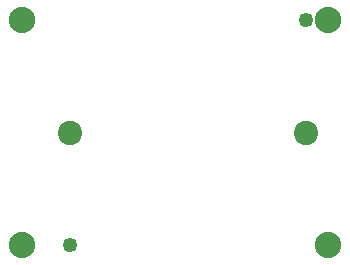
<source format=gbs>
G04 MADE WITH FRITZING*
G04 WWW.FRITZING.ORG*
G04 DOUBLE SIDED*
G04 HOLES PLATED*
G04 CONTOUR ON CENTER OF CONTOUR VECTOR*
%ASAXBY*%
%FSLAX23Y23*%
%MOIN*%
%OFA0B0*%
%SFA1.0B1.0*%
%ADD10C,0.081181*%
%ADD11C,0.049370*%
%ADD12C,0.088000*%
%LNMASK0*%
G90*
G70*
G54D10*
X632Y550D03*
X1419Y550D03*
G54D11*
X1419Y928D03*
X632Y175D03*
G54D12*
X472Y928D03*
X473Y175D03*
X1495Y928D03*
X1495Y175D03*
G04 End of Mask0*
M02*
</source>
